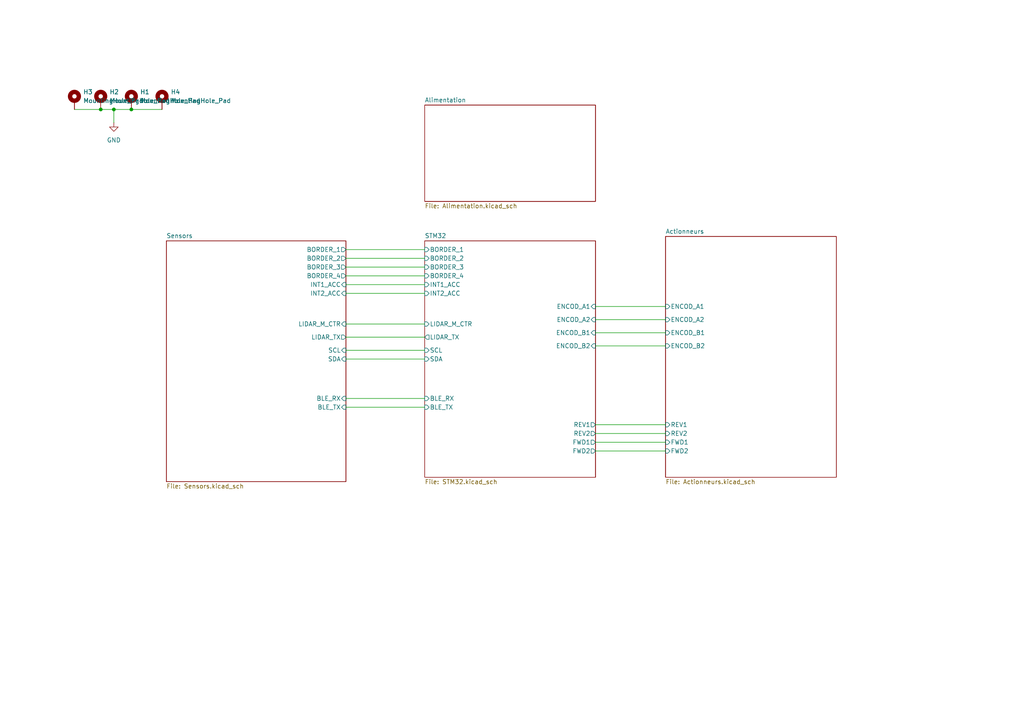
<source format=kicad_sch>
(kicad_sch (version 20250114) (generator "eeschema") (generator_version "9.0")
  (paper "A4")
  (lib_symbols
    (symbol "Mechanical:MountingHole_Pad" (pin_numbers (hide yes)) (pin_names (offset 1.016) (hide yes)) (in_bom no)
      (property "Reference" "H" (at 0 6.35 0))
      (property "Value" "MountingHole_Pad" (at 0 4.445 0))
      (symbol "MountingHole_Pad_0_1"
        (circle (center 0 1.27) (radius 1.27) (stroke (width 1.27)))
      )
      (symbol "MountingHole_Pad_1_1"
        (pin input line (at 0 -2.54 90) (length 2.54) (name "1") (number "1"))
      )
    )
    (symbol "power:GND" (power) (pin_numbers (hide yes)) (pin_names (offset 0) (hide yes))
      (property "Value" "GND" (at 0 -3.81 0))
      (symbol "GND_0_1"
        (polyline (pts (xy 0 0) (xy 0 -1.27) (xy 1.27 -1.27) (xy 0 -2.54) (xy -1.27 -1.27) (xy 0 -1.27)))
      )
      (symbol "GND_1_1"
        (pin power_in line (at 0 0 270) (length 0) (name "~") (number "1"))
      )
    )
  )
  (junction (at 29.21 31.75))
  (junction (at 33.02 31.75))
  (junction (at 38.1 31.75))
  (wire (pts (xy 123.19 82.55) (xy 100.33 82.55)))
  (wire (pts (xy 100.33 104.14) (xy 123.19 104.14)))
  (wire (pts (xy 100.33 97.79) (xy 123.19 97.79)))
  (wire (pts (xy 172.72 123.19) (xy 193.04 123.19)))
  (wire (pts (xy 172.72 130.81) (xy 193.04 130.81)))
  (wire (pts (xy 172.72 125.73) (xy 193.04 125.73)))
  (wire (pts (xy 100.33 80.01) (xy 123.19 80.01)))
  (wire (pts (xy 100.33 72.39) (xy 123.19 72.39)))
  (wire (pts (xy 100.33 118.11) (xy 123.19 118.11)))
  (wire (pts (xy 172.72 96.52) (xy 193.04 96.52)))
  (wire (pts (xy 172.72 128.27) (xy 193.04 128.27)))
  (wire (pts (xy 172.72 92.71) (xy 193.04 92.71)))
  (wire (pts (xy 172.72 88.9) (xy 193.04 88.9)))
  (wire (pts (xy 100.33 85.09) (xy 123.19 85.09)))
  (wire (pts (xy 172.72 100.33) (xy 193.04 100.33)))
  (wire (pts (xy 33.02 31.75) (xy 38.1 31.75)))
  (wire (pts (xy 33.02 31.75) (xy 33.02 35.56)))
  (wire (pts (xy 29.21 31.75) (xy 33.02 31.75)))
  (wire (pts (xy 100.33 93.98) (xy 123.19 93.98)))
  (wire (pts (xy 100.33 77.47) (xy 123.19 77.47)))
  (wire (pts (xy 21.59 31.75) (xy 29.21 31.75)))
  (wire (pts (xy 100.33 101.6) (xy 123.19 101.6)))
  (wire (pts (xy 100.33 74.93) (xy 123.19 74.93)))
  (wire (pts (xy 38.1 31.75) (xy 46.99 31.75)))
  (wire (pts (xy 100.33 115.57) (xy 123.19 115.57)))
  (symbol (lib_id "Mechanical:MountingHole_Pad") (at 29.21 29.21 0) (unit 1) (in_bom no)
    (property "Reference" "H2" (at 31.75 26.6699 0) (effects (justify left)))
    (property "Value" "MountingHole_Pad" (at 31.75 29.2099 0) (effects (justify left)))
    (property "Footprint" "MountingHole:MountingHole_3.2mm_M3_Pad_Via" (effects (hide yes)))
    (property "Description" "Mounting Hole with connection" (effects (hide yes)))
  )
  (symbol (lib_id "Mechanical:MountingHole_Pad") (at 21.59 29.21 0) (unit 1) (in_bom no)
    (property "Reference" "H3" (at 24.13 26.6699 0) (effects (justify left)))
    (property "Value" "MountingHole_Pad" (at 24.13 29.2099 0) (effects (justify left)))
    (property "Footprint" "MountingHole:MountingHole_3.2mm_M3_Pad_Via" (effects (hide yes)))
    (property "Description" "Mounting Hole with connection" (effects (hide yes)))
  )
  (symbol (lib_id "power:GND") (at 33.02 35.56 0) (unit 1)
    (property "Reference" "#PWR070" (effects (hide yes)))
    (property "Value" "GND" (at 33.02 40.64 0))
    (property "Description" "Power symbol creates a global label with name \"GND\" , ground" (effects (hide yes)))
  )
  (symbol (lib_id "Mechanical:MountingHole_Pad") (at 38.1 29.21 0) (unit 1) (in_bom no)
    (property "Reference" "H1" (at 40.64 26.6699 0) (effects (justify left)))
    (property "Value" "MountingHole_Pad" (at 40.64 29.2099 0) (effects (justify left)))
    (property "Footprint" "MountingHole:MountingHole_3.2mm_M3_Pad_Via" (effects (hide yes)))
    (property "Description" "Mounting Hole with connection" (effects (hide yes)))
  )
  (symbol (lib_id "Mechanical:MountingHole_Pad") (at 46.99 29.21 0) (unit 1) (in_bom no)
    (property "Reference" "H4" (at 49.53 26.6699 0) (effects (justify left)))
    (property "Value" "MountingHole_Pad" (at 49.53 29.2099 0) (effects (justify left)))
    (property "Footprint" "MountingHole:MountingHole_3.2mm_M3_Pad_Via" (effects (hide yes)))
    (property "Description" "Mounting Hole with connection" (effects (hide yes)))
  )
  (sheet (at 123.19 30.48) (size 49.53 27.94) (stroke (width 0.1524))
    (property "Sheetname" "Alimentation" (at 123.19 29.7684 0) (effects (justify left bottom)))
    (property "Sheetfile" "Alimentation.kicad_sch" (at 123.19 59.0046 0) (effects (justify left top)))
  )
  (sheet (at 193.04 68.58) (size 49.53 69.85) (stroke (width 0.1524))
    (property "Sheetname" "Actionneurs" (at 193.04 67.8684 0) (effects (justify left bottom)))
    (property "Sheetfile" "Actionneurs.kicad_sch" (at 193.04 139.0146 0) (effects (justify left top)))
    (pin "FWD1" input (at 193.04 128.27 180))
    (pin "FWD2" input (at 193.04 130.81 180))
    (pin "REV1" input (at 193.04 123.19 180))
    (pin "REV2" input (at 193.04 125.73 180))
    (pin "ENCOD_A1" input (at 193.04 88.9 180))
    (pin "ENCOD_A2" input (at 193.04 92.71 180))
    (pin "ENCOD_B1" input (at 193.04 96.52 180))
    (pin "ENCOD_B2" input (at 193.04 100.33 180))
  )
  (sheet (at 123.19 69.85) (size 49.53 68.58) (stroke (width 0.1524))
    (property "Sheetname" "STM32" (at 123.19 69.1384 0) (effects (justify left bottom)))
    (property "Sheetfile" "STM32.kicad_sch" (at 123.19 139.0146 0) (effects (justify left top)))
    (pin "FWD2" output (at 172.72 130.81 0))
    (pin "FWD1" output (at 172.72 128.27 0))
    (pin "INT1_ACC" input (at 123.19 82.55 180))
    (pin "INT2_ACC" input (at 123.19 85.09 180))
    (pin "LIDAR_TX" output (at 123.19 97.79 180))
    (pin "REV1" output (at 172.72 123.19 0))
    (pin "REV2" output (at 172.72 125.73 0))
    (pin "SCL" input (at 123.19 101.6 180))
    (pin "SDA" input (at 123.19 104.14 180))
    (pin "LIDAR_M_CTR" input (at 123.19 93.98 180))
    (pin "ENCOD_A1" input (at 172.72 88.9 0))
    (pin "ENCOD_A2" input (at 172.72 92.71 0))
    (pin "ENCOD_B1" input (at 172.72 96.52 0))
    (pin "ENCOD_B2" input (at 172.72 100.33 0))
    (pin "BORDER_1" input (at 123.19 72.39 180))
    (pin "BORDER_2" input (at 123.19 74.93 180))
    (pin "BORDER_3" input (at 123.19 77.47 180))
    (pin "BORDER_4" input (at 123.19 80.01 180))
    (pin "BLE_RX" input (at 123.19 115.57 180))
    (pin "BLE_TX" input (at 123.19 118.11 180))
  )
  (sheet (at 48.26 69.85) (size 52.07 69.85) (stroke (width 0.1524))
    (property "Sheetname" "Sensors" (at 48.26 69.1384 0) (effects (justify left bottom)))
    (property "Sheetfile" "Sensors.kicad_sch" (at 48.26 140.2846 0) (effects (justify left top)))
    (pin "BORDER_1" output (at 100.33 72.39 0))
    (pin "BORDER_2" output (at 100.33 74.93 0))
    (pin "INT1_ACC" input (at 100.33 82.55 0))
    (pin "INT2_ACC" input (at 100.33 85.09 0))
    (pin "LIDAR_TX" output (at 100.33 97.79 0))
    (pin "SCL" input (at 100.33 101.6 0))
    (pin "SDA" input (at 100.33 104.14 0))
    (pin "LIDAR_M_CTR" input (at 100.33 93.98 0))
    (pin "BORDER_3" output (at 100.33 77.47 0))
    (pin "BORDER_4" output (at 100.33 80.01 0))
    (pin "BLE_RX" input (at 100.33 115.57 0))
    (pin "BLE_TX" input (at 100.33 118.11 0))
  )
)
</source>
